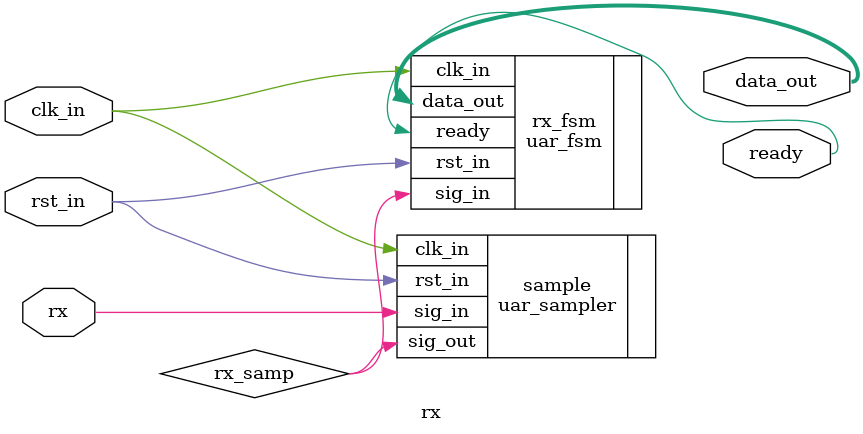
<source format=sv>
`timescale 1ns / 1ps

module rx(
    input clk_in,
    input logic rst_in,
    input logic rx,
    output logic [161:0] data_out,
    output logic ready
    );
    parameter CLK_HZ = 65_000_000;
    parameter BAUD_RATE = 9600;
    parameter SAMP_PER_BIT = 16;
    parameter PKT_LEN = 162;
    parameter WAIT_TIME = 2_000_000; //time in ns
    parameter CLK_PER_SAMP = 423; //CLK_HZ/BAUD_RATE/SAMP_PER_BIT
    parameter WAITING_COUNT = 130_000; //WAIT_TIME*(CLK_HZ/1_000_000_000)
    
    
    logic rx_samp;
    
    uar_sampler #(.CLK_HZ(CLK_HZ),
                  .BAUD_RATE(BAUD_RATE),
                  .SAMP_PER_BIT(SAMP_PER_BIT))
                  
        sample(.clk_in(clk_in), 
               .rst_in(rst_in), 
               .sig_in(rx), 
               .sig_out(rx_samp));
        
    uar_fsm #(.CLK_HZ(CLK_HZ),
              .BAUD_RATE(BAUD_RATE),
              .SAMP_PER_BIT(SAMP_PER_BIT),
              .PKT_LEN(PKT_LEN),
              .WAIT_TIME(WAIT_TIME),
              .CLK_PER_SAMP(CLK_PER_SAMP),
              .WAITING_COUNT(WAITING_COUNT))
              
        rx_fsm(.clk_in(clk_in), 
               .rst_in(rst_in), 
               .sig_in(rx_samp), 
               .data_out(data_out), 
               .ready(ready));
    
endmodule

</source>
